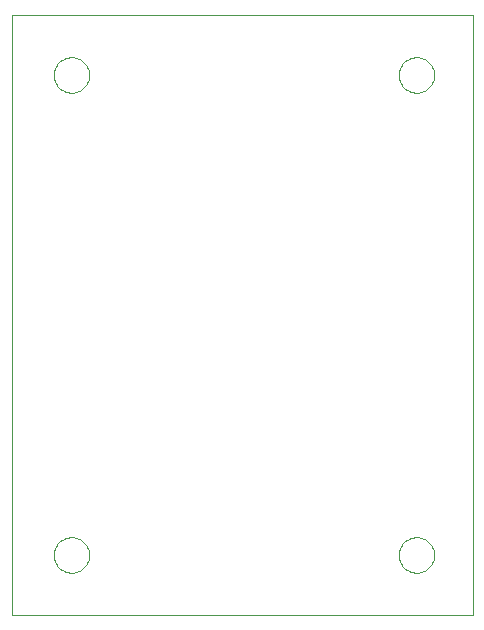
<source format=gbp>
G75*
%MOIN*%
%OFA0B0*%
%FSLAX24Y24*%
%IPPOS*%
%LPD*%
%AMOC8*
5,1,8,0,0,1.08239X$1,22.5*
%
%ADD10C,0.0000*%
D10*
X000100Y000100D02*
X000100Y020096D01*
X015470Y020096D01*
X015470Y000100D01*
X000100Y000100D01*
X001509Y002100D02*
X001511Y002148D01*
X001517Y002196D01*
X001527Y002243D01*
X001540Y002289D01*
X001558Y002334D01*
X001578Y002378D01*
X001603Y002420D01*
X001631Y002459D01*
X001661Y002496D01*
X001695Y002530D01*
X001732Y002562D01*
X001770Y002591D01*
X001811Y002616D01*
X001854Y002638D01*
X001899Y002656D01*
X001945Y002670D01*
X001992Y002681D01*
X002040Y002688D01*
X002088Y002691D01*
X002136Y002690D01*
X002184Y002685D01*
X002232Y002676D01*
X002278Y002664D01*
X002323Y002647D01*
X002367Y002627D01*
X002409Y002604D01*
X002449Y002577D01*
X002487Y002547D01*
X002522Y002514D01*
X002554Y002478D01*
X002584Y002440D01*
X002610Y002399D01*
X002632Y002356D01*
X002652Y002312D01*
X002667Y002267D01*
X002679Y002220D01*
X002687Y002172D01*
X002691Y002124D01*
X002691Y002076D01*
X002687Y002028D01*
X002679Y001980D01*
X002667Y001933D01*
X002652Y001888D01*
X002632Y001844D01*
X002610Y001801D01*
X002584Y001760D01*
X002554Y001722D01*
X002522Y001686D01*
X002487Y001653D01*
X002449Y001623D01*
X002409Y001596D01*
X002367Y001573D01*
X002323Y001553D01*
X002278Y001536D01*
X002232Y001524D01*
X002184Y001515D01*
X002136Y001510D01*
X002088Y001509D01*
X002040Y001512D01*
X001992Y001519D01*
X001945Y001530D01*
X001899Y001544D01*
X001854Y001562D01*
X001811Y001584D01*
X001770Y001609D01*
X001732Y001638D01*
X001695Y001670D01*
X001661Y001704D01*
X001631Y001741D01*
X001603Y001780D01*
X001578Y001822D01*
X001558Y001866D01*
X001540Y001911D01*
X001527Y001957D01*
X001517Y002004D01*
X001511Y002052D01*
X001509Y002100D01*
X013009Y002100D02*
X013011Y002148D01*
X013017Y002196D01*
X013027Y002243D01*
X013040Y002289D01*
X013058Y002334D01*
X013078Y002378D01*
X013103Y002420D01*
X013131Y002459D01*
X013161Y002496D01*
X013195Y002530D01*
X013232Y002562D01*
X013270Y002591D01*
X013311Y002616D01*
X013354Y002638D01*
X013399Y002656D01*
X013445Y002670D01*
X013492Y002681D01*
X013540Y002688D01*
X013588Y002691D01*
X013636Y002690D01*
X013684Y002685D01*
X013732Y002676D01*
X013778Y002664D01*
X013823Y002647D01*
X013867Y002627D01*
X013909Y002604D01*
X013949Y002577D01*
X013987Y002547D01*
X014022Y002514D01*
X014054Y002478D01*
X014084Y002440D01*
X014110Y002399D01*
X014132Y002356D01*
X014152Y002312D01*
X014167Y002267D01*
X014179Y002220D01*
X014187Y002172D01*
X014191Y002124D01*
X014191Y002076D01*
X014187Y002028D01*
X014179Y001980D01*
X014167Y001933D01*
X014152Y001888D01*
X014132Y001844D01*
X014110Y001801D01*
X014084Y001760D01*
X014054Y001722D01*
X014022Y001686D01*
X013987Y001653D01*
X013949Y001623D01*
X013909Y001596D01*
X013867Y001573D01*
X013823Y001553D01*
X013778Y001536D01*
X013732Y001524D01*
X013684Y001515D01*
X013636Y001510D01*
X013588Y001509D01*
X013540Y001512D01*
X013492Y001519D01*
X013445Y001530D01*
X013399Y001544D01*
X013354Y001562D01*
X013311Y001584D01*
X013270Y001609D01*
X013232Y001638D01*
X013195Y001670D01*
X013161Y001704D01*
X013131Y001741D01*
X013103Y001780D01*
X013078Y001822D01*
X013058Y001866D01*
X013040Y001911D01*
X013027Y001957D01*
X013017Y002004D01*
X013011Y002052D01*
X013009Y002100D01*
X013009Y018100D02*
X013011Y018148D01*
X013017Y018196D01*
X013027Y018243D01*
X013040Y018289D01*
X013058Y018334D01*
X013078Y018378D01*
X013103Y018420D01*
X013131Y018459D01*
X013161Y018496D01*
X013195Y018530D01*
X013232Y018562D01*
X013270Y018591D01*
X013311Y018616D01*
X013354Y018638D01*
X013399Y018656D01*
X013445Y018670D01*
X013492Y018681D01*
X013540Y018688D01*
X013588Y018691D01*
X013636Y018690D01*
X013684Y018685D01*
X013732Y018676D01*
X013778Y018664D01*
X013823Y018647D01*
X013867Y018627D01*
X013909Y018604D01*
X013949Y018577D01*
X013987Y018547D01*
X014022Y018514D01*
X014054Y018478D01*
X014084Y018440D01*
X014110Y018399D01*
X014132Y018356D01*
X014152Y018312D01*
X014167Y018267D01*
X014179Y018220D01*
X014187Y018172D01*
X014191Y018124D01*
X014191Y018076D01*
X014187Y018028D01*
X014179Y017980D01*
X014167Y017933D01*
X014152Y017888D01*
X014132Y017844D01*
X014110Y017801D01*
X014084Y017760D01*
X014054Y017722D01*
X014022Y017686D01*
X013987Y017653D01*
X013949Y017623D01*
X013909Y017596D01*
X013867Y017573D01*
X013823Y017553D01*
X013778Y017536D01*
X013732Y017524D01*
X013684Y017515D01*
X013636Y017510D01*
X013588Y017509D01*
X013540Y017512D01*
X013492Y017519D01*
X013445Y017530D01*
X013399Y017544D01*
X013354Y017562D01*
X013311Y017584D01*
X013270Y017609D01*
X013232Y017638D01*
X013195Y017670D01*
X013161Y017704D01*
X013131Y017741D01*
X013103Y017780D01*
X013078Y017822D01*
X013058Y017866D01*
X013040Y017911D01*
X013027Y017957D01*
X013017Y018004D01*
X013011Y018052D01*
X013009Y018100D01*
X001509Y018100D02*
X001511Y018148D01*
X001517Y018196D01*
X001527Y018243D01*
X001540Y018289D01*
X001558Y018334D01*
X001578Y018378D01*
X001603Y018420D01*
X001631Y018459D01*
X001661Y018496D01*
X001695Y018530D01*
X001732Y018562D01*
X001770Y018591D01*
X001811Y018616D01*
X001854Y018638D01*
X001899Y018656D01*
X001945Y018670D01*
X001992Y018681D01*
X002040Y018688D01*
X002088Y018691D01*
X002136Y018690D01*
X002184Y018685D01*
X002232Y018676D01*
X002278Y018664D01*
X002323Y018647D01*
X002367Y018627D01*
X002409Y018604D01*
X002449Y018577D01*
X002487Y018547D01*
X002522Y018514D01*
X002554Y018478D01*
X002584Y018440D01*
X002610Y018399D01*
X002632Y018356D01*
X002652Y018312D01*
X002667Y018267D01*
X002679Y018220D01*
X002687Y018172D01*
X002691Y018124D01*
X002691Y018076D01*
X002687Y018028D01*
X002679Y017980D01*
X002667Y017933D01*
X002652Y017888D01*
X002632Y017844D01*
X002610Y017801D01*
X002584Y017760D01*
X002554Y017722D01*
X002522Y017686D01*
X002487Y017653D01*
X002449Y017623D01*
X002409Y017596D01*
X002367Y017573D01*
X002323Y017553D01*
X002278Y017536D01*
X002232Y017524D01*
X002184Y017515D01*
X002136Y017510D01*
X002088Y017509D01*
X002040Y017512D01*
X001992Y017519D01*
X001945Y017530D01*
X001899Y017544D01*
X001854Y017562D01*
X001811Y017584D01*
X001770Y017609D01*
X001732Y017638D01*
X001695Y017670D01*
X001661Y017704D01*
X001631Y017741D01*
X001603Y017780D01*
X001578Y017822D01*
X001558Y017866D01*
X001540Y017911D01*
X001527Y017957D01*
X001517Y018004D01*
X001511Y018052D01*
X001509Y018100D01*
M02*

</source>
